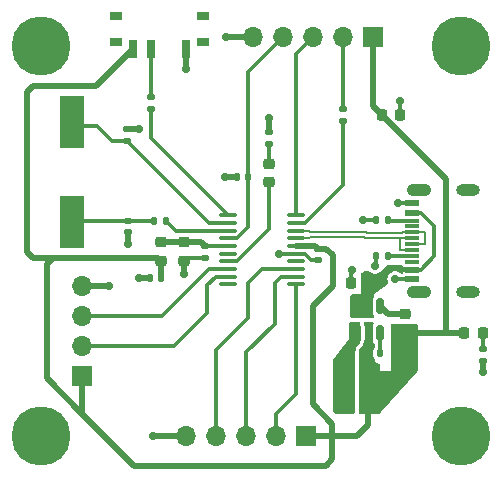
<source format=gbr>
%TF.GenerationSoftware,KiCad,Pcbnew,7.0.5*%
%TF.CreationDate,2023-06-10T20:52:47-07:00*%
%TF.ProjectId,st-breakout,73742d62-7265-4616-9b6f-75742e6b6963,rev?*%
%TF.SameCoordinates,Original*%
%TF.FileFunction,Copper,L1,Top*%
%TF.FilePolarity,Positive*%
%FSLAX46Y46*%
G04 Gerber Fmt 4.6, Leading zero omitted, Abs format (unit mm)*
G04 Created by KiCad (PCBNEW 7.0.5) date 2023-06-10 20:52:47*
%MOMM*%
%LPD*%
G01*
G04 APERTURE LIST*
G04 Aperture macros list*
%AMRoundRect*
0 Rectangle with rounded corners*
0 $1 Rounding radius*
0 $2 $3 $4 $5 $6 $7 $8 $9 X,Y pos of 4 corners*
0 Add a 4 corners polygon primitive as box body*
4,1,4,$2,$3,$4,$5,$6,$7,$8,$9,$2,$3,0*
0 Add four circle primitives for the rounded corners*
1,1,$1+$1,$2,$3*
1,1,$1+$1,$4,$5*
1,1,$1+$1,$6,$7*
1,1,$1+$1,$8,$9*
0 Add four rect primitives between the rounded corners*
20,1,$1+$1,$2,$3,$4,$5,0*
20,1,$1+$1,$4,$5,$6,$7,0*
20,1,$1+$1,$6,$7,$8,$9,0*
20,1,$1+$1,$8,$9,$2,$3,0*%
G04 Aperture macros list end*
%TA.AperFunction,SMDPad,CuDef*%
%ADD10R,1.000000X0.800000*%
%TD*%
%TA.AperFunction,SMDPad,CuDef*%
%ADD11R,0.700000X1.500000*%
%TD*%
%TA.AperFunction,ComponentPad*%
%ADD12O,2.000000X1.000000*%
%TD*%
%TA.AperFunction,ComponentPad*%
%ADD13O,2.100000X1.050000*%
%TD*%
%TA.AperFunction,SMDPad,CuDef*%
%ADD14R,1.150000X0.600000*%
%TD*%
%TA.AperFunction,SMDPad,CuDef*%
%ADD15R,1.150000X0.300000*%
%TD*%
%TA.AperFunction,ComponentPad*%
%ADD16C,5.000000*%
%TD*%
%TA.AperFunction,SMDPad,CuDef*%
%ADD17RoundRect,0.135000X-0.135000X-0.185000X0.135000X-0.185000X0.135000X0.185000X-0.135000X0.185000X0*%
%TD*%
%TA.AperFunction,SMDPad,CuDef*%
%ADD18RoundRect,0.225000X0.225000X0.250000X-0.225000X0.250000X-0.225000X-0.250000X0.225000X-0.250000X0*%
%TD*%
%TA.AperFunction,ComponentPad*%
%ADD19R,1.700000X1.700000*%
%TD*%
%TA.AperFunction,ComponentPad*%
%ADD20O,1.700000X1.700000*%
%TD*%
%TA.AperFunction,SMDPad,CuDef*%
%ADD21RoundRect,0.140000X0.170000X-0.140000X0.170000X0.140000X-0.170000X0.140000X-0.170000X-0.140000X0*%
%TD*%
%TA.AperFunction,SMDPad,CuDef*%
%ADD22RoundRect,0.218750X0.256250X-0.218750X0.256250X0.218750X-0.256250X0.218750X-0.256250X-0.218750X0*%
%TD*%
%TA.AperFunction,SMDPad,CuDef*%
%ADD23R,2.000000X4.500000*%
%TD*%
%TA.AperFunction,SMDPad,CuDef*%
%ADD24RoundRect,0.140000X-0.170000X0.140000X-0.170000X-0.140000X0.170000X-0.140000X0.170000X0.140000X0*%
%TD*%
%TA.AperFunction,SMDPad,CuDef*%
%ADD25RoundRect,0.135000X0.185000X-0.135000X0.185000X0.135000X-0.185000X0.135000X-0.185000X-0.135000X0*%
%TD*%
%TA.AperFunction,SMDPad,CuDef*%
%ADD26RoundRect,0.140000X-0.140000X-0.170000X0.140000X-0.170000X0.140000X0.170000X-0.140000X0.170000X0*%
%TD*%
%TA.AperFunction,SMDPad,CuDef*%
%ADD27RoundRect,0.140000X0.140000X0.170000X-0.140000X0.170000X-0.140000X-0.170000X0.140000X-0.170000X0*%
%TD*%
%TA.AperFunction,SMDPad,CuDef*%
%ADD28RoundRect,0.218750X0.218750X0.256250X-0.218750X0.256250X-0.218750X-0.256250X0.218750X-0.256250X0*%
%TD*%
%TA.AperFunction,SMDPad,CuDef*%
%ADD29RoundRect,0.225000X-0.250000X0.225000X-0.250000X-0.225000X0.250000X-0.225000X0.250000X0.225000X0*%
%TD*%
%TA.AperFunction,SMDPad,CuDef*%
%ADD30RoundRect,0.135000X0.135000X0.185000X-0.135000X0.185000X-0.135000X-0.185000X0.135000X-0.185000X0*%
%TD*%
%TA.AperFunction,SMDPad,CuDef*%
%ADD31RoundRect,0.250000X0.250000X0.475000X-0.250000X0.475000X-0.250000X-0.475000X0.250000X-0.475000X0*%
%TD*%
%TA.AperFunction,SMDPad,CuDef*%
%ADD32RoundRect,0.100000X-0.637500X-0.100000X0.637500X-0.100000X0.637500X0.100000X-0.637500X0.100000X0*%
%TD*%
%TA.AperFunction,SMDPad,CuDef*%
%ADD33RoundRect,0.150000X-0.150000X0.512500X-0.150000X-0.512500X0.150000X-0.512500X0.150000X0.512500X0*%
%TD*%
%TA.AperFunction,SMDPad,CuDef*%
%ADD34RoundRect,0.218750X-0.256250X0.218750X-0.256250X-0.218750X0.256250X-0.218750X0.256250X0.218750X0*%
%TD*%
%TA.AperFunction,SMDPad,CuDef*%
%ADD35RoundRect,0.135000X-0.185000X0.135000X-0.185000X-0.135000X0.185000X-0.135000X0.185000X0.135000X0*%
%TD*%
%TA.AperFunction,SMDPad,CuDef*%
%ADD36RoundRect,0.225000X-0.225000X-0.250000X0.225000X-0.250000X0.225000X0.250000X-0.225000X0.250000X0*%
%TD*%
%TA.AperFunction,ViaPad*%
%ADD37C,0.700000*%
%TD*%
%TA.AperFunction,Conductor*%
%ADD38C,0.500000*%
%TD*%
%TA.AperFunction,Conductor*%
%ADD39C,0.300000*%
%TD*%
%TA.AperFunction,Conductor*%
%ADD40C,0.200000*%
%TD*%
G04 APERTURE END LIST*
D10*
%TO.P,SW1,*%
%TO.N,*%
X131400000Y-77610000D03*
X131400000Y-75400000D03*
X124100000Y-77610000D03*
X124100000Y-75400000D03*
D11*
%TO.P,SW1,1,A*%
%TO.N,GND*%
X130000000Y-78260000D03*
%TO.P,SW1,2,B*%
%TO.N,Net-(SW1-B)*%
X127000000Y-78260000D03*
%TO.P,SW1,3,C*%
%TO.N,+3.3V*%
X125500000Y-78260000D03*
%TD*%
D12*
%TO.P,J5,S2,SHELL_GND*%
%TO.N,Net-(J5-SHELL_GND-PadS1)*%
X153900000Y-98820000D03*
%TO.P,J5,S3,SHELL_GND*%
X153900000Y-90180000D03*
D13*
%TO.P,J5,S1,SHELL_GND*%
X149720000Y-98820000D03*
%TO.P,J5,S4,SHELL_GND*%
X149720000Y-90180000D03*
D14*
%TO.P,J5,A1_B12,GND*%
%TO.N,GND*%
X149145000Y-97700000D03*
%TO.P,J5,B1_A12,GND*%
X149145000Y-91300000D03*
%TO.P,J5,A4_B9,VBUS*%
%TO.N,VBUS*%
X149145000Y-96900000D03*
%TO.P,J5,B4_A9,VBUS*%
X149145000Y-92100000D03*
D15*
%TO.P,J5,A7,DN1*%
%TO.N,USB_D-*%
X149145000Y-94250000D03*
%TO.P,J5,A6,DP1*%
%TO.N,USB_D+*%
X149145000Y-94750000D03*
%TO.P,J5,B6,DP2*%
X149145000Y-93750000D03*
%TO.P,J5,A8,SBU1*%
%TO.N,unconnected-(J5-SBU1-PadA8)*%
X149145000Y-93250000D03*
%TO.P,J5,B5,CC2*%
%TO.N,Net-(J5-CC2)*%
X149145000Y-92750000D03*
%TO.P,J5,B7,DN2*%
%TO.N,USB_D-*%
X149145000Y-95250000D03*
%TO.P,J5,A5,CC1*%
%TO.N,Net-(J5-CC1)*%
X149145000Y-95750000D03*
%TO.P,J5,B8,SBU2*%
%TO.N,unconnected-(J5-SBU2-PadB8)*%
X149145000Y-96250000D03*
%TD*%
D16*
%TO.P,H2,1,1*%
%TO.N,GND*%
X153250000Y-78000000D03*
%TD*%
D17*
%TO.P,R5,1*%
%TO.N,GND*%
X146055000Y-95750000D03*
%TO.P,R5,2*%
%TO.N,Net-(J5-CC1)*%
X147075000Y-95750000D03*
%TD*%
D18*
%TO.P,C2,1*%
%TO.N,VBUS*%
X145525000Y-98025000D03*
%TO.P,C2,2*%
%TO.N,GND*%
X143975000Y-98025000D03*
%TD*%
D19*
%TO.P,J2,1,Pin_1*%
%TO.N,+3.3V*%
X145830000Y-77200000D03*
D20*
%TO.P,J2,2,Pin_2*%
%TO.N,Net-(J2-Pin_2)*%
X143290000Y-77200000D03*
%TO.P,J2,3,Pin_3*%
%TO.N,SWDCLK*%
X140750000Y-77200000D03*
%TO.P,J2,4,Pin_4*%
%TO.N,NRST*%
X138210000Y-77200000D03*
%TO.P,J2,5,Pin_5*%
%TO.N,GND*%
X135670000Y-77200000D03*
%TD*%
D16*
%TO.P,H1,1,1*%
%TO.N,GND*%
X117750000Y-78000000D03*
%TD*%
D21*
%TO.P,C11,1*%
%TO.N,HSE_IN*%
X125000000Y-86000000D03*
%TO.P,C11,2*%
%TO.N,GND*%
X125000000Y-85040000D03*
%TD*%
D22*
%TO.P,L1,1*%
%TO.N,+3.3V*%
X148500000Y-102250000D03*
%TO.P,L1,2*%
%TO.N,Net-(U1-FB)*%
X148500000Y-100675000D03*
%TD*%
D23*
%TO.P,Y1,1,1*%
%TO.N,HSE_IN*%
X120300000Y-84400000D03*
%TO.P,Y1,2,2*%
%TO.N,Net-(C12-Pad1)*%
X120300000Y-92900000D03*
%TD*%
D24*
%TO.P,C12,1*%
%TO.N,Net-(C12-Pad1)*%
X125100000Y-92800000D03*
%TO.P,C12,2*%
%TO.N,GND*%
X125100000Y-93760000D03*
%TD*%
D25*
%TO.P,R4,1*%
%TO.N,SWDIO*%
X143250000Y-84320000D03*
%TO.P,R4,2*%
%TO.N,Net-(J2-Pin_2)*%
X143250000Y-83300000D03*
%TD*%
%TO.P,R3,1*%
%TO.N,BOOT*%
X127000000Y-83300000D03*
%TO.P,R3,2*%
%TO.N,Net-(SW1-B)*%
X127000000Y-82280000D03*
%TD*%
D26*
%TO.P,C7,1*%
%TO.N,+3.3V*%
X145440000Y-104000000D03*
%TO.P,C7,2*%
%TO.N,Net-(U1-BST)*%
X146400000Y-104000000D03*
%TD*%
D19*
%TO.P,J1,1,Pin_1*%
%TO.N,+3.3V*%
X140160000Y-111000000D03*
D20*
%TO.P,J1,2,Pin_2*%
%TO.N,SPI_SCK*%
X137620000Y-111000000D03*
%TO.P,J1,3,Pin_3*%
%TO.N,SPI_MISO*%
X135080000Y-111000000D03*
%TO.P,J1,4,Pin_4*%
%TO.N,SPI_MOSI*%
X132540000Y-111000000D03*
%TO.P,J1,5,Pin_5*%
%TO.N,GND*%
X130000000Y-111000000D03*
%TD*%
D16*
%TO.P,H4,1,1*%
%TO.N,GND*%
X117750000Y-111000000D03*
%TD*%
D27*
%TO.P,C9,1*%
%TO.N,+3.3V*%
X127860000Y-97600000D03*
%TO.P,C9,2*%
%TO.N,GND*%
X126900000Y-97600000D03*
%TD*%
D28*
%TO.P,D2,1,K*%
%TO.N,Net-(D2-K)*%
X155100000Y-102250000D03*
%TO.P,D2,2,A*%
%TO.N,+3.3V*%
X153525000Y-102250000D03*
%TD*%
D29*
%TO.P,C5,1*%
%TO.N,+3.3VA*%
X129800000Y-94600000D03*
%TO.P,C5,2*%
%TO.N,GND*%
X129800000Y-96150000D03*
%TD*%
D30*
%TO.P,R7,1*%
%TO.N,HSE_OUT*%
X128300000Y-92800000D03*
%TO.P,R7,2*%
%TO.N,Net-(C12-Pad1)*%
X127280000Y-92800000D03*
%TD*%
D31*
%TO.P,C8,1*%
%TO.N,+3.3V*%
X145375000Y-105800000D03*
%TO.P,C8,2*%
%TO.N,GND*%
X143475000Y-105800000D03*
%TD*%
D32*
%TO.P,U2,1,BOOT0*%
%TO.N,BOOT*%
X133575000Y-92310000D03*
%TO.P,U2,2,PF0*%
%TO.N,HSE_IN*%
X133575000Y-92960000D03*
%TO.P,U2,3,PF1*%
%TO.N,HSE_OUT*%
X133575000Y-93610000D03*
%TO.P,U2,4,NRST*%
%TO.N,NRST*%
X133575000Y-94260000D03*
%TO.P,U2,5,VDDA*%
%TO.N,+3.3VA*%
X133575000Y-94910000D03*
%TO.P,U2,6,PA0*%
%TO.N,unconnected-(U2-PA0-Pad6)*%
X133575000Y-95560000D03*
%TO.P,U2,7,PA1*%
%TO.N,Net-(D1-A)*%
X133575000Y-96210000D03*
%TO.P,U2,8,PA2*%
%TO.N,USART_TX*%
X133575000Y-96860000D03*
%TO.P,U2,9,PA3*%
%TO.N,USART_RX*%
X133575000Y-97510000D03*
%TO.P,U2,10,PA4*%
%TO.N,unconnected-(U2-PA4-Pad10)*%
X133575000Y-98160000D03*
%TO.P,U2,11,PA5*%
%TO.N,SPI_SCK*%
X139300000Y-98160000D03*
%TO.P,U2,12,PA6*%
%TO.N,SPI_MISO*%
X139300000Y-97510000D03*
%TO.P,U2,13,PA7*%
%TO.N,SPI_MOSI*%
X139300000Y-96860000D03*
%TO.P,U2,14,PB1*%
%TO.N,unconnected-(U2-PB1-Pad14)*%
X139300000Y-96210000D03*
%TO.P,U2,15,VSS*%
%TO.N,GND*%
X139300000Y-95560000D03*
%TO.P,U2,16,VDD*%
%TO.N,+3.3V*%
X139300000Y-94910000D03*
%TO.P,U2,17,PA9/PA11*%
%TO.N,USB_D-*%
X139300000Y-94260000D03*
%TO.P,U2,18,PA10/PA12*%
%TO.N,USB_D+*%
X139300000Y-93610000D03*
%TO.P,U2,19,PA13*%
%TO.N,SWDIO*%
X139300000Y-92960000D03*
%TO.P,U2,20,PA14*%
%TO.N,SWDCLK*%
X139300000Y-92310000D03*
%TD*%
D25*
%TO.P,R1,1*%
%TO.N,Net-(D1-K)*%
X137000000Y-86250000D03*
%TO.P,R1,2*%
%TO.N,GND*%
X137000000Y-85230000D03*
%TD*%
D33*
%TO.P,U1,1,FB*%
%TO.N,Net-(U1-FB)*%
X146400000Y-100000000D03*
%TO.P,U1,2,EN*%
%TO.N,VBUS*%
X145450000Y-100000000D03*
%TO.P,U1,3,IN*%
X144500000Y-100000000D03*
%TO.P,U1,4,GND*%
%TO.N,GND*%
X144500000Y-102275000D03*
%TO.P,U1,5,SW*%
%TO.N,+3.3V*%
X145450000Y-102275000D03*
%TO.P,U1,6,BST*%
%TO.N,Net-(U1-BST)*%
X146400000Y-102275000D03*
%TD*%
D34*
%TO.P,FB1,1*%
%TO.N,+3.3VA*%
X127879500Y-94600000D03*
%TO.P,FB1,2*%
%TO.N,+3.3V*%
X127879500Y-96175000D03*
%TD*%
D35*
%TO.P,R2,1*%
%TO.N,Net-(D2-K)*%
X155100000Y-103650000D03*
%TO.P,R2,2*%
%TO.N,GND*%
X155100000Y-104670000D03*
%TD*%
D24*
%TO.P,C4,1*%
%TO.N,+3.3V*%
X141150000Y-95150000D03*
%TO.P,C4,2*%
%TO.N,GND*%
X141150000Y-96110000D03*
%TD*%
D36*
%TO.P,C3,1*%
%TO.N,+3.3V*%
X146550000Y-83800000D03*
%TO.P,C3,2*%
%TO.N,GND*%
X148100000Y-83800000D03*
%TD*%
D16*
%TO.P,H3,1,1*%
%TO.N,GND*%
X153250000Y-111000000D03*
%TD*%
D27*
%TO.P,C1,1*%
%TO.N,NRST*%
X135250000Y-89060000D03*
%TO.P,C1,2*%
%TO.N,GND*%
X134290000Y-89060000D03*
%TD*%
D17*
%TO.P,R6,1*%
%TO.N,GND*%
X146030000Y-92725000D03*
%TO.P,R6,2*%
%TO.N,Net-(J5-CC2)*%
X147050000Y-92725000D03*
%TD*%
D19*
%TO.P,J4,1,Pin_1*%
%TO.N,+3.3V*%
X121200000Y-105900000D03*
D20*
%TO.P,J4,2,Pin_2*%
%TO.N,USART_RX*%
X121200000Y-103360000D03*
%TO.P,J4,3,Pin_3*%
%TO.N,USART_TX*%
X121200000Y-100820000D03*
%TO.P,J4,4,Pin_4*%
%TO.N,GND*%
X121200000Y-98280000D03*
%TD*%
D34*
%TO.P,D1,1,K*%
%TO.N,Net-(D1-K)*%
X137000000Y-87925000D03*
%TO.P,D1,2,A*%
%TO.N,Net-(D1-A)*%
X137000000Y-89500000D03*
%TD*%
D24*
%TO.P,C6,1*%
%TO.N,+3.3VA*%
X131629500Y-94946000D03*
%TO.P,C6,2*%
%TO.N,GND*%
X131629500Y-95906000D03*
%TD*%
D31*
%TO.P,C10,2*%
%TO.N,GND*%
X143500000Y-107950000D03*
%TO.P,C10,1*%
%TO.N,+3.3V*%
X145400000Y-107950000D03*
%TD*%
D37*
%TO.N,GND*%
X137000000Y-84100000D03*
X143100000Y-104400000D03*
X144000000Y-103600000D03*
X143900000Y-104400000D03*
X127200000Y-111000000D03*
X123500000Y-98300000D03*
X144000000Y-96900000D03*
X146000000Y-96600000D03*
X137900000Y-95600000D03*
X147700000Y-97700000D03*
X147900000Y-91300000D03*
X145000000Y-92700000D03*
X148100000Y-82600000D03*
X155100000Y-105600000D03*
X126000000Y-85000000D03*
X130000000Y-79900000D03*
X133400000Y-77200000D03*
X133300000Y-89100000D03*
X125100000Y-94700000D03*
X126020000Y-97600000D03*
X129800000Y-97320000D03*
%TD*%
D38*
%TO.N,GND*%
X137000000Y-85230000D02*
X137000000Y-84100000D01*
D39*
%TO.N,Net-(D1-K)*%
X137000000Y-87925000D02*
X137000000Y-86250000D01*
D38*
%TO.N,+3.3V*%
X127879500Y-96175000D02*
X127604500Y-95900000D01*
%TO.N,GND*%
X130000000Y-111000000D02*
X127200000Y-111000000D01*
X123480000Y-98280000D02*
X123500000Y-98300000D01*
X121200000Y-98280000D02*
X123480000Y-98280000D01*
X135670000Y-77200000D02*
X133400000Y-77200000D01*
%TO.N,+3.3V*%
X141850000Y-95150000D02*
X141150000Y-95150000D01*
X142400000Y-95700000D02*
X141850000Y-95150000D01*
X142400000Y-98300000D02*
X142400000Y-95700000D01*
X140700000Y-100000000D02*
X142400000Y-98300000D01*
X140700000Y-108300000D02*
X140700000Y-100000000D01*
X142350000Y-109950000D02*
X140700000Y-108300000D01*
X142350000Y-111000000D02*
X142350000Y-109950000D01*
X144500000Y-111000000D02*
X142350000Y-111000000D01*
X145400000Y-110100000D02*
X144500000Y-111000000D01*
X145400000Y-107950000D02*
X145400000Y-110100000D01*
D39*
%TO.N,GND*%
X143475000Y-105800000D02*
X143400000Y-105800000D01*
X143975000Y-96925000D02*
X144000000Y-96900000D01*
X143975000Y-98025000D02*
X143975000Y-96925000D01*
%TO.N,Net-(J5-CC1)*%
X149145000Y-95750000D02*
X147075000Y-95750000D01*
%TO.N,GND*%
X146055000Y-96545000D02*
X146000000Y-96600000D01*
X146055000Y-95750000D02*
X146055000Y-96545000D01*
X140023896Y-95560000D02*
X139300000Y-95560000D01*
X140573896Y-96110000D02*
X140023896Y-95560000D01*
X141150000Y-96110000D02*
X140573896Y-96110000D01*
X137940000Y-95560000D02*
X137900000Y-95600000D01*
X139300000Y-95560000D02*
X137940000Y-95560000D01*
X149145000Y-97700000D02*
X147700000Y-97700000D01*
X149145000Y-91300000D02*
X147900000Y-91300000D01*
X145025000Y-92725000D02*
X145000000Y-92700000D01*
X146030000Y-92725000D02*
X145025000Y-92725000D01*
X148100000Y-83800000D02*
X148100000Y-82600000D01*
D38*
X155100000Y-104670000D02*
X155100000Y-105600000D01*
X125960000Y-85040000D02*
X126000000Y-85000000D01*
X125000000Y-85040000D02*
X125960000Y-85040000D01*
X130000000Y-78260000D02*
X130000000Y-79900000D01*
X133340000Y-89060000D02*
X133300000Y-89100000D01*
X134290000Y-89060000D02*
X133340000Y-89060000D01*
X125100000Y-93760000D02*
X125100000Y-94700000D01*
X126900000Y-97600000D02*
X126020000Y-97600000D01*
X129800000Y-96150000D02*
X129800000Y-97320000D01*
D40*
%TO.N,USB_D+*%
X150200000Y-94750000D02*
X149145000Y-94750000D01*
X150200000Y-93750000D02*
X150200000Y-94750000D01*
X149145000Y-93750000D02*
X150200000Y-93750000D01*
%TO.N,USB_D-*%
X149145000Y-95250000D02*
X148070000Y-95250000D01*
%TO.N,USB_D+*%
X145337206Y-93775000D02*
X148257499Y-93775000D01*
X148257499Y-93775000D02*
X148282499Y-93750000D01*
X148282499Y-93750000D02*
X149145000Y-93750000D01*
%TO.N,USB_D-*%
X148282499Y-94250000D02*
X149145000Y-94250000D01*
X148070000Y-94225000D02*
X148257499Y-94225000D01*
X148257499Y-94225000D02*
X148282499Y-94250000D01*
X148070000Y-94225000D02*
X148070000Y-95250000D01*
X145165000Y-94225000D02*
X148070000Y-94225000D01*
D39*
%TO.N,NRST*%
X135250000Y-89060000D02*
X135250000Y-80160000D01*
X134298896Y-94260000D02*
X135250000Y-93308896D01*
X135250000Y-93308896D02*
X135250000Y-89060000D01*
X133575000Y-94260000D02*
X134298896Y-94260000D01*
X135250000Y-80160000D02*
X138210000Y-77200000D01*
%TO.N,GND*%
X130044000Y-95906000D02*
X129800000Y-96150000D01*
X131629500Y-95906000D02*
X130044000Y-95906000D01*
%TO.N,VBUS*%
X149858643Y-96900000D02*
X149145000Y-96900000D01*
X149858643Y-92100000D02*
X151000000Y-93241357D01*
X151000000Y-95758643D02*
X149858643Y-96900000D01*
X151000000Y-93241357D02*
X151000000Y-95758643D01*
X149145000Y-92100000D02*
X149858643Y-92100000D01*
D38*
%TO.N,+3.3V*%
X127604500Y-95900000D02*
X119100000Y-95900000D01*
X117000000Y-81400000D02*
X122360000Y-81400000D01*
X142350000Y-111000000D02*
X140160000Y-111000000D01*
X140910000Y-94910000D02*
X139300000Y-94910000D01*
X145830000Y-83080000D02*
X145830000Y-77200000D01*
X152000000Y-89250000D02*
X146550000Y-83800000D01*
X116500000Y-81900000D02*
X117000000Y-81400000D01*
X142350000Y-112950000D02*
X141800000Y-113500000D01*
X116500000Y-95400000D02*
X116500000Y-81900000D01*
X141150000Y-95150000D02*
X140910000Y-94910000D01*
X118200000Y-106100000D02*
X121200000Y-109100000D01*
X117000000Y-95900000D02*
X116500000Y-95400000D01*
X118200000Y-96400000D02*
X118200000Y-106100000D01*
X127879500Y-97580500D02*
X127860000Y-97600000D01*
X118700000Y-95900000D02*
X118200000Y-96400000D01*
X146550000Y-83800000D02*
X145830000Y-83080000D01*
X152000000Y-102250000D02*
X152000000Y-89250000D01*
X121200000Y-109100000D02*
X121200000Y-106000000D01*
X141800000Y-113500000D02*
X125600000Y-113500000D01*
X148500000Y-102250000D02*
X152000000Y-102250000D01*
X122360000Y-81400000D02*
X125500000Y-78260000D01*
X119100000Y-95900000D02*
X118700000Y-95900000D01*
X142350000Y-111000000D02*
X142350000Y-112950000D01*
X127879500Y-96175000D02*
X127879500Y-97580500D01*
D39*
X145450000Y-103990000D02*
X145440000Y-104000000D01*
D38*
X152000000Y-102250000D02*
X153525000Y-102250000D01*
X125600000Y-113500000D02*
X121200000Y-109100000D01*
X119100000Y-95900000D02*
X117000000Y-95900000D01*
%TO.N,+3.3VA*%
X127879500Y-94600000D02*
X129800000Y-94600000D01*
X129800000Y-94600000D02*
X131283500Y-94600000D01*
X131283500Y-94600000D02*
X131629500Y-94946000D01*
D39*
X133575000Y-94910000D02*
X131665500Y-94910000D01*
X131665500Y-94910000D02*
X131629500Y-94946000D01*
%TO.N,Net-(U1-BST)*%
X146400000Y-102275000D02*
X146400000Y-104000000D01*
%TO.N,HSE_IN*%
X123750000Y-86000000D02*
X125000000Y-86000000D01*
X122460000Y-84710000D02*
X123750000Y-86000000D01*
X131960000Y-92960000D02*
X133575000Y-92960000D01*
X125000000Y-86000000D02*
X131960000Y-92960000D01*
X120300000Y-84710000D02*
X122460000Y-84710000D01*
%TO.N,Net-(C12-Pad1)*%
X120710000Y-92800000D02*
X120300000Y-93210000D01*
X127280000Y-92800000D02*
X125100000Y-92800000D01*
X125100000Y-92800000D02*
X120710000Y-92800000D01*
%TO.N,Net-(D1-A)*%
X134298896Y-96210000D02*
X137000000Y-93508896D01*
X137000000Y-93508896D02*
X137000000Y-89500000D01*
X133575000Y-96210000D02*
X134298896Y-96210000D01*
%TO.N,Net-(D2-K)*%
X155100000Y-102250000D02*
X155100000Y-103650000D01*
%TO.N,SPI_SCK*%
X139300000Y-98160000D02*
X139300000Y-107450000D01*
X139300000Y-107450000D02*
X137620000Y-109130000D01*
X137620000Y-109130000D02*
X137620000Y-111000000D01*
%TO.N,SPI_MISO*%
X135080000Y-103920000D02*
X135080000Y-111000000D01*
X135080000Y-103920000D02*
X137500000Y-101500000D01*
X137500000Y-101500000D02*
X137500000Y-98000000D01*
X137990000Y-97510000D02*
X139300000Y-97510000D01*
X137500000Y-98000000D02*
X137990000Y-97510000D01*
%TO.N,SPI_MOSI*%
X132540000Y-103710000D02*
X132540000Y-111000000D01*
X135250000Y-101000000D02*
X132540000Y-103710000D01*
X139300000Y-96860000D02*
X136390000Y-96860000D01*
X136390000Y-96860000D02*
X135250000Y-98000000D01*
X135250000Y-98000000D02*
X135250000Y-101000000D01*
%TO.N,Net-(J2-Pin_2)*%
X143290000Y-77200000D02*
X143290000Y-83260000D01*
X143290000Y-83260000D02*
X143250000Y-83300000D01*
%TO.N,SWDCLK*%
X139300000Y-92310000D02*
X139300000Y-78650000D01*
X139300000Y-78650000D02*
X140750000Y-77200000D01*
D40*
%TO.N,USB_D+*%
X145272206Y-93710000D02*
X145337206Y-93775000D01*
X139300000Y-93610000D02*
X140406251Y-93610000D01*
X140406251Y-93610000D02*
X140506251Y-93710000D01*
X140506251Y-93710000D02*
X145272206Y-93710000D01*
%TO.N,USB_D-*%
X140506251Y-94160000D02*
X145100000Y-94160000D01*
X139300000Y-94260000D02*
X140406251Y-94260000D01*
X140406251Y-94260000D02*
X140506251Y-94160000D01*
X145100000Y-94160000D02*
X145165000Y-94225000D01*
D39*
%TO.N,USART_TX*%
X127930000Y-100820000D02*
X131890000Y-96860000D01*
X131890000Y-96860000D02*
X133575000Y-96860000D01*
X121200000Y-100820000D02*
X127930000Y-100820000D01*
%TO.N,USART_RX*%
X128940000Y-103360000D02*
X121200000Y-103360000D01*
X132490000Y-97510000D02*
X131750000Y-98250000D01*
X128940000Y-103360000D02*
X131750000Y-100550000D01*
X133575000Y-97510000D02*
X132490000Y-97510000D01*
X131750000Y-98250000D02*
X131750000Y-100200000D01*
X131750000Y-100550000D02*
X131750000Y-100200000D01*
D38*
%TO.N,Net-(U1-FB)*%
X148500000Y-100675000D02*
X147075000Y-100675000D01*
X147075000Y-100675000D02*
X146400000Y-100000000D01*
D39*
%TO.N,BOOT*%
X133575000Y-92310000D02*
X127000000Y-85735000D01*
X127000000Y-85735000D02*
X127000000Y-83300000D01*
%TO.N,Net-(SW1-B)*%
X127000000Y-82280000D02*
X127000000Y-78260000D01*
%TO.N,SWDIO*%
X143250000Y-84320000D02*
X143250000Y-89733896D01*
X143250000Y-89733896D02*
X140023896Y-92960000D01*
X140023896Y-92960000D02*
X139300000Y-92960000D01*
%TO.N,HSE_OUT*%
X133575000Y-93610000D02*
X129110000Y-93610000D01*
X129110000Y-93610000D02*
X128300000Y-92800000D01*
%TO.N,Net-(J5-CC2)*%
X147075000Y-92750000D02*
X147050000Y-92725000D01*
X149145000Y-92750000D02*
X147075000Y-92750000D01*
%TD*%
%TA.AperFunction,Conductor*%
%TO.N,GND*%
G36*
X144129272Y-101305500D02*
G01*
X144595793Y-101305500D01*
X144662832Y-101325185D01*
X144708587Y-101377989D01*
X144718898Y-101444368D01*
X144716031Y-101468100D01*
X144734515Y-101578842D01*
X144734515Y-101578844D01*
X144758483Y-101644467D01*
X144758484Y-101644468D01*
X144764886Y-101656384D01*
X144772691Y-101674109D01*
X144788041Y-101717976D01*
X144795000Y-101758929D01*
X144795000Y-102791069D01*
X144788038Y-102832031D01*
X144785852Y-102838279D01*
X144785423Y-102839506D01*
X144770504Y-102868880D01*
X144768117Y-102872344D01*
X144768110Y-102872356D01*
X144726561Y-102959604D01*
X144706877Y-103026638D01*
X144706875Y-103026645D01*
X144706876Y-103026645D01*
X144701078Y-103066973D01*
X144694500Y-103112719D01*
X144694500Y-103149337D01*
X144674815Y-103216376D01*
X144667328Y-103226799D01*
X144411398Y-103546712D01*
X144384614Y-103586143D01*
X144365511Y-103619615D01*
X144345193Y-103662711D01*
X144345191Y-103662716D01*
X144322413Y-103722777D01*
X144322413Y-103722779D01*
X144322410Y-103722788D01*
X144307562Y-103776051D01*
X144307556Y-103776073D01*
X144306519Y-103780571D01*
X144304454Y-103787599D01*
X144299999Y-103799999D01*
X144300163Y-103808664D01*
X144299919Y-103815447D01*
X144294500Y-103875091D01*
X144294500Y-108976000D01*
X144274815Y-109043039D01*
X144222011Y-109088794D01*
X144170500Y-109100000D01*
X142651362Y-109100000D01*
X142584323Y-109080315D01*
X142563681Y-109063681D01*
X142436319Y-108936319D01*
X142402834Y-108874996D01*
X142400000Y-108848638D01*
X142400000Y-104642546D01*
X142419685Y-104575507D01*
X142426120Y-104566417D01*
X142963818Y-103875091D01*
X143800000Y-102800000D01*
X143800000Y-101489374D01*
X143819685Y-101422335D01*
X143872489Y-101376580D01*
X143884775Y-101371741D01*
X144069191Y-101310269D01*
X144122746Y-101304740D01*
X144129272Y-101305500D01*
G37*
%TD.AperFunction*%
%TD*%
%TA.AperFunction,Conductor*%
%TO.N,+3.3V*%
G36*
X145737182Y-101318591D02*
G01*
X145810238Y-101355119D01*
X145861397Y-101402706D01*
X145878707Y-101470398D01*
X145856672Y-101536702D01*
X145854557Y-101539658D01*
X145847207Y-101549616D01*
X145802353Y-101677803D01*
X145799500Y-101708230D01*
X145799500Y-102841769D01*
X145802353Y-102872199D01*
X145802353Y-102872201D01*
X145847206Y-103000380D01*
X145847209Y-103000386D01*
X145925270Y-103106155D01*
X145949241Y-103171784D01*
X145949500Y-103179788D01*
X145949500Y-103468101D01*
X145929815Y-103535140D01*
X145925270Y-103541734D01*
X145866148Y-103621841D01*
X145866147Y-103621842D01*
X145822291Y-103747173D01*
X145822289Y-103747185D01*
X145819500Y-103776929D01*
X145819500Y-104223070D01*
X145822289Y-104252814D01*
X145822291Y-104252826D01*
X145866147Y-104378155D01*
X145866148Y-104378157D01*
X145945001Y-104484999D01*
X145945002Y-104484999D01*
X145945003Y-104485001D01*
X145946109Y-104485817D01*
X145947022Y-104487020D01*
X145951575Y-104491573D01*
X145950952Y-104492195D01*
X145988359Y-104541464D01*
X145996418Y-104581830D01*
X145999999Y-104700000D01*
X146331454Y-104865727D01*
X146382613Y-104913314D01*
X146400000Y-104976636D01*
X146400000Y-109081500D01*
X146377744Y-109095409D01*
X146344316Y-109100000D01*
X144724000Y-109100000D01*
X144656961Y-109080315D01*
X144611206Y-109027511D01*
X144600000Y-108976000D01*
X144600000Y-103875090D01*
X144608058Y-103831119D01*
X144628608Y-103776934D01*
X144630842Y-103771042D01*
X144649950Y-103737561D01*
X145000000Y-103300000D01*
X145000000Y-103112717D01*
X145019685Y-103045678D01*
X145024222Y-103039093D01*
X145052793Y-103000382D01*
X145075219Y-102936290D01*
X145097646Y-102872201D01*
X145097646Y-102872199D01*
X145100500Y-102841769D01*
X145100500Y-101708230D01*
X145097646Y-101677803D01*
X145097646Y-101677801D01*
X145052793Y-101549618D01*
X145045444Y-101539661D01*
X145021474Y-101474033D01*
X145036789Y-101405863D01*
X145086529Y-101356794D01*
X145089733Y-101355133D01*
X145162818Y-101318591D01*
X145218272Y-101305500D01*
X145681728Y-101305500D01*
X145737182Y-101318591D01*
G37*
%TD.AperFunction*%
%TD*%
%TA.AperFunction,Conductor*%
%TO.N,+3.3V*%
G36*
X149543039Y-101519685D02*
G01*
X149588794Y-101572489D01*
X149600000Y-101624000D01*
X149600000Y-105452855D01*
X149580315Y-105519894D01*
X149568678Y-105535236D01*
X146510223Y-108976000D01*
X146436995Y-109058381D01*
X146400000Y-109081500D01*
X146400000Y-105500000D01*
X147300000Y-105500000D01*
X147300000Y-101624000D01*
X147319685Y-101556961D01*
X147372489Y-101511206D01*
X147424000Y-101500000D01*
X149476000Y-101500000D01*
X149543039Y-101519685D01*
G37*
%TD.AperFunction*%
%TD*%
%TA.AperFunction,Conductor*%
%TO.N,VBUS*%
G36*
X148271906Y-96519685D02*
G01*
X148310286Y-96563978D01*
X148311300Y-96563284D01*
X148317397Y-96572184D01*
X148317661Y-96572489D01*
X148317766Y-96572723D01*
X148317792Y-96572762D01*
X148317794Y-96572765D01*
X148397235Y-96652206D01*
X148500009Y-96697585D01*
X148525135Y-96700500D01*
X149576000Y-96700499D01*
X149643039Y-96720183D01*
X149688794Y-96772987D01*
X149700000Y-96824499D01*
X149700000Y-96975500D01*
X149680315Y-97042539D01*
X149627511Y-97088294D01*
X149576000Y-97099500D01*
X148525143Y-97099500D01*
X148525117Y-97099502D01*
X148500012Y-97102413D01*
X148500008Y-97102415D01*
X148397235Y-97147793D01*
X148397234Y-97147794D01*
X148331848Y-97213181D01*
X148270525Y-97246666D01*
X148244167Y-97249500D01*
X148219483Y-97249500D01*
X148152444Y-97229815D01*
X148137256Y-97218316D01*
X148131460Y-97213181D01*
X148072240Y-97160717D01*
X148072238Y-97160716D01*
X148072237Y-97160715D01*
X147932365Y-97087303D01*
X147778986Y-97049500D01*
X147778985Y-97049500D01*
X147621015Y-97049500D01*
X147621014Y-97049500D01*
X147467634Y-97087303D01*
X147327762Y-97160715D01*
X147209516Y-97265470D01*
X147143531Y-97361064D01*
X147101504Y-97397566D01*
X147100000Y-97400000D01*
X147100000Y-97424908D01*
X147091942Y-97468879D01*
X147063763Y-97543181D01*
X147044722Y-97699999D01*
X147044722Y-97700000D01*
X147063762Y-97856817D01*
X147076196Y-97889603D01*
X147091942Y-97931122D01*
X147100000Y-97975090D01*
X147100000Y-98037999D01*
X147080315Y-98105038D01*
X147050400Y-98137199D01*
X145900000Y-98999999D01*
X145900000Y-99162281D01*
X145880315Y-99229320D01*
X145875771Y-99235913D01*
X145847208Y-99274615D01*
X145802353Y-99402803D01*
X145799500Y-99433230D01*
X145799500Y-100566769D01*
X145802353Y-100597199D01*
X145802353Y-100597201D01*
X145847206Y-100725380D01*
X145847207Y-100725382D01*
X145875770Y-100764084D01*
X145899741Y-100829712D01*
X145900000Y-100837717D01*
X145900000Y-100876000D01*
X145880315Y-100943039D01*
X145827511Y-100988794D01*
X145776000Y-101000000D01*
X144129272Y-101000000D01*
X144073818Y-100986909D01*
X143968546Y-100934273D01*
X143917387Y-100886686D01*
X143900000Y-100823364D01*
X143900000Y-99151361D01*
X143919685Y-99084322D01*
X143936311Y-99063688D01*
X143963684Y-99036315D01*
X144025006Y-99002833D01*
X144051362Y-99000000D01*
X144700000Y-99000000D01*
X144800000Y-98900000D01*
X144800000Y-97266362D01*
X144819685Y-97199323D01*
X144855215Y-97163189D01*
X145068761Y-97020826D01*
X145135461Y-97000018D01*
X145137544Y-97000000D01*
X145423514Y-97000000D01*
X145490553Y-97019685D01*
X145505741Y-97031184D01*
X145509515Y-97034528D01*
X145509517Y-97034530D01*
X145569086Y-97087303D01*
X145627762Y-97139285D01*
X145767634Y-97212696D01*
X145921014Y-97250500D01*
X145921015Y-97250500D01*
X146078985Y-97250500D01*
X146232365Y-97212696D01*
X146257845Y-97199323D01*
X146372240Y-97139283D01*
X146481443Y-97042539D01*
X146490479Y-97034534D01*
X146490479Y-97034532D01*
X146490483Y-97034530D01*
X146524073Y-96985864D01*
X146546721Y-96961065D01*
X147065511Y-96528740D01*
X147129615Y-96500945D01*
X147144895Y-96500000D01*
X148204867Y-96500000D01*
X148271906Y-96519685D01*
G37*
%TD.AperFunction*%
%TD*%
M02*

</source>
